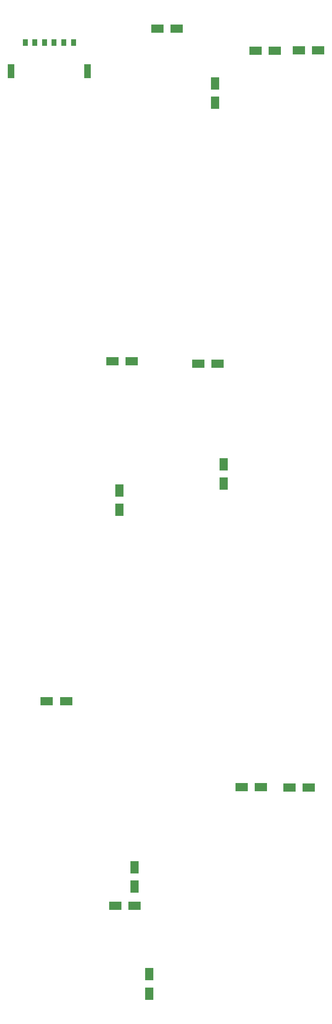
<source format=gbr>
%TF.GenerationSoftware,KiCad,Pcbnew,7.0.2-0*%
%TF.CreationDate,2024-05-08T20:31:55-07:00*%
%TF.ProjectId,new_X_Y_Panels,6e65775f-585f-4595-9f50-616e656c732e,1b*%
%TF.SameCoordinates,Original*%
%TF.FileFunction,Paste,Top*%
%TF.FilePolarity,Positive*%
%FSLAX46Y46*%
G04 Gerber Fmt 4.6, Leading zero omitted, Abs format (unit mm)*
G04 Created by KiCad (PCBNEW 7.0.2-0) date 2024-05-08 20:31:55*
%MOMM*%
%LPD*%
G01*
G04 APERTURE LIST*
%ADD10R,2.500000X1.700000*%
%ADD11R,1.700000X2.500000*%
%ADD12R,1.100000X1.450000*%
%ADD13R,1.350000X2.900000*%
G04 APERTURE END LIST*
D10*
%TO.C,D14*%
X62198000Y-91694000D03*
X58198000Y-91694000D03*
%TD*%
D11*
%TO.C,D6*%
X65811000Y-222537000D03*
X65811000Y-218537000D03*
%TD*%
D10*
%TO.C,D4*%
X48635000Y-161995000D03*
X44635000Y-161995000D03*
%TD*%
%TO.C,D2*%
X71545000Y-22805000D03*
X67545000Y-22805000D03*
%TD*%
D11*
%TO.C,D3*%
X59690000Y-118396000D03*
X59690000Y-122396000D03*
%TD*%
D10*
%TO.C,D11*%
X88985000Y-179835000D03*
X84985000Y-179835000D03*
%TD*%
%TO.C,D5*%
X58815000Y-204335000D03*
X62815000Y-204335000D03*
%TD*%
D12*
%TO.C,J2*%
X40150000Y-25710000D03*
X42150000Y-25710000D03*
X44150000Y-25710000D03*
X46150000Y-25710000D03*
X48150000Y-25710000D03*
X50150000Y-25710000D03*
D13*
X37255000Y-31685000D03*
X53045000Y-31685000D03*
%TD*%
D11*
%TO.C,D1*%
X79435000Y-34195000D03*
X79435000Y-38195000D03*
%TD*%
D10*
%TO.C,D8*%
X75978000Y-92202000D03*
X79978000Y-92202000D03*
%TD*%
%TO.C,D13*%
X87825000Y-27415000D03*
X91825000Y-27415000D03*
%TD*%
D11*
%TO.C,D9*%
X81265000Y-113025000D03*
X81265000Y-117025000D03*
%TD*%
%TO.C,D12*%
X62785000Y-200375000D03*
X62785000Y-196375000D03*
%TD*%
D10*
%TO.C,D10*%
X98895000Y-179925000D03*
X94895000Y-179925000D03*
%TD*%
%TO.C,D7*%
X96835000Y-27325000D03*
X100835000Y-27325000D03*
%TD*%
M02*

</source>
